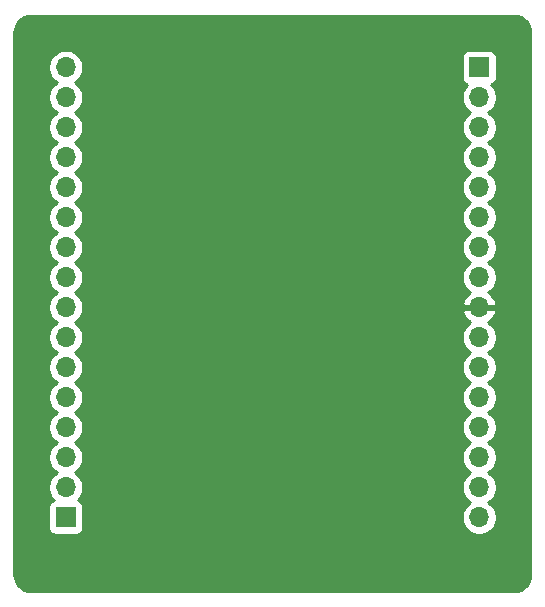
<source format=gbr>
G04 #@! TF.GenerationSoftware,KiCad,Pcbnew,(5.1.5)-3*
G04 #@! TF.CreationDate,2020-03-18T19:06:41-04:00*
G04 #@! TF.ProjectId,SRAM CY62128EV30LL-45ZXI,5352414d-2043-4593-9632-313238455633,rev?*
G04 #@! TF.SameCoordinates,Original*
G04 #@! TF.FileFunction,Copper,L2,Bot*
G04 #@! TF.FilePolarity,Positive*
%FSLAX46Y46*%
G04 Gerber Fmt 4.6, Leading zero omitted, Abs format (unit mm)*
G04 Created by KiCad (PCBNEW (5.1.5)-3) date 2020-03-18 19:06:41*
%MOMM*%
%LPD*%
G04 APERTURE LIST*
%ADD10O,1.700000X1.700000*%
%ADD11R,1.700000X1.700000*%
%ADD12C,0.254000*%
G04 APERTURE END LIST*
D10*
X130000000Y-83100000D03*
X130000000Y-80560000D03*
X130000000Y-78020000D03*
X130000000Y-75480000D03*
X130000000Y-72940000D03*
X130000000Y-70400000D03*
X130000000Y-67860000D03*
X130000000Y-65320000D03*
X130000000Y-62780000D03*
X130000000Y-60240000D03*
X130000000Y-57700000D03*
X130000000Y-55160000D03*
X130000000Y-52620000D03*
X130000000Y-50080000D03*
X130000000Y-47540000D03*
D11*
X130000000Y-45000000D03*
D10*
X95000000Y-45000000D03*
X95000000Y-47540000D03*
X95000000Y-50080000D03*
X95000000Y-52620000D03*
X95000000Y-55160000D03*
X95000000Y-57700000D03*
X95000000Y-60240000D03*
X95000000Y-62780000D03*
X95000000Y-65320000D03*
X95000000Y-67860000D03*
X95000000Y-70400000D03*
X95000000Y-72940000D03*
X95000000Y-75480000D03*
X95000000Y-78020000D03*
X95000000Y-80560000D03*
D11*
X95000000Y-83100000D03*
D12*
G36*
X133259659Y-40688625D02*
G01*
X133509429Y-40764035D01*
X133739792Y-40886522D01*
X133941980Y-41051422D01*
X134108286Y-41252450D01*
X134232378Y-41481954D01*
X134309531Y-41731195D01*
X134340000Y-42021088D01*
X134340001Y-87967711D01*
X134311375Y-88259660D01*
X134235965Y-88509429D01*
X134113477Y-88739794D01*
X133948579Y-88941979D01*
X133747546Y-89108288D01*
X133518046Y-89232378D01*
X133268805Y-89309531D01*
X132978911Y-89340000D01*
X92032279Y-89340000D01*
X91740340Y-89311375D01*
X91490571Y-89235965D01*
X91260206Y-89113477D01*
X91058021Y-88948579D01*
X90891712Y-88747546D01*
X90767622Y-88518046D01*
X90690469Y-88268805D01*
X90660000Y-87978911D01*
X90660000Y-82250000D01*
X93511928Y-82250000D01*
X93511928Y-83950000D01*
X93524188Y-84074482D01*
X93560498Y-84194180D01*
X93619463Y-84304494D01*
X93698815Y-84401185D01*
X93795506Y-84480537D01*
X93905820Y-84539502D01*
X94025518Y-84575812D01*
X94150000Y-84588072D01*
X95850000Y-84588072D01*
X95974482Y-84575812D01*
X96094180Y-84539502D01*
X96204494Y-84480537D01*
X96301185Y-84401185D01*
X96380537Y-84304494D01*
X96439502Y-84194180D01*
X96475812Y-84074482D01*
X96488072Y-83950000D01*
X96488072Y-82250000D01*
X96475812Y-82125518D01*
X96439502Y-82005820D01*
X96380537Y-81895506D01*
X96301185Y-81798815D01*
X96204494Y-81719463D01*
X96094180Y-81660498D01*
X96021620Y-81638487D01*
X96153475Y-81506632D01*
X96315990Y-81263411D01*
X96427932Y-80993158D01*
X96485000Y-80706260D01*
X96485000Y-80413740D01*
X96427932Y-80126842D01*
X96315990Y-79856589D01*
X96153475Y-79613368D01*
X95946632Y-79406525D01*
X95772240Y-79290000D01*
X95946632Y-79173475D01*
X96153475Y-78966632D01*
X96315990Y-78723411D01*
X96427932Y-78453158D01*
X96485000Y-78166260D01*
X96485000Y-77873740D01*
X96427932Y-77586842D01*
X96315990Y-77316589D01*
X96153475Y-77073368D01*
X95946632Y-76866525D01*
X95772240Y-76750000D01*
X95946632Y-76633475D01*
X96153475Y-76426632D01*
X96315990Y-76183411D01*
X96427932Y-75913158D01*
X96485000Y-75626260D01*
X96485000Y-75333740D01*
X96427932Y-75046842D01*
X96315990Y-74776589D01*
X96153475Y-74533368D01*
X95946632Y-74326525D01*
X95772240Y-74210000D01*
X95946632Y-74093475D01*
X96153475Y-73886632D01*
X96315990Y-73643411D01*
X96427932Y-73373158D01*
X96485000Y-73086260D01*
X96485000Y-72793740D01*
X96427932Y-72506842D01*
X96315990Y-72236589D01*
X96153475Y-71993368D01*
X95946632Y-71786525D01*
X95772240Y-71670000D01*
X95946632Y-71553475D01*
X96153475Y-71346632D01*
X96315990Y-71103411D01*
X96427932Y-70833158D01*
X96485000Y-70546260D01*
X96485000Y-70253740D01*
X96427932Y-69966842D01*
X96315990Y-69696589D01*
X96153475Y-69453368D01*
X95946632Y-69246525D01*
X95772240Y-69130000D01*
X95946632Y-69013475D01*
X96153475Y-68806632D01*
X96315990Y-68563411D01*
X96427932Y-68293158D01*
X96485000Y-68006260D01*
X96485000Y-67713740D01*
X128515000Y-67713740D01*
X128515000Y-68006260D01*
X128572068Y-68293158D01*
X128684010Y-68563411D01*
X128846525Y-68806632D01*
X129053368Y-69013475D01*
X129227760Y-69130000D01*
X129053368Y-69246525D01*
X128846525Y-69453368D01*
X128684010Y-69696589D01*
X128572068Y-69966842D01*
X128515000Y-70253740D01*
X128515000Y-70546260D01*
X128572068Y-70833158D01*
X128684010Y-71103411D01*
X128846525Y-71346632D01*
X129053368Y-71553475D01*
X129227760Y-71670000D01*
X129053368Y-71786525D01*
X128846525Y-71993368D01*
X128684010Y-72236589D01*
X128572068Y-72506842D01*
X128515000Y-72793740D01*
X128515000Y-73086260D01*
X128572068Y-73373158D01*
X128684010Y-73643411D01*
X128846525Y-73886632D01*
X129053368Y-74093475D01*
X129227760Y-74210000D01*
X129053368Y-74326525D01*
X128846525Y-74533368D01*
X128684010Y-74776589D01*
X128572068Y-75046842D01*
X128515000Y-75333740D01*
X128515000Y-75626260D01*
X128572068Y-75913158D01*
X128684010Y-76183411D01*
X128846525Y-76426632D01*
X129053368Y-76633475D01*
X129227760Y-76750000D01*
X129053368Y-76866525D01*
X128846525Y-77073368D01*
X128684010Y-77316589D01*
X128572068Y-77586842D01*
X128515000Y-77873740D01*
X128515000Y-78166260D01*
X128572068Y-78453158D01*
X128684010Y-78723411D01*
X128846525Y-78966632D01*
X129053368Y-79173475D01*
X129227760Y-79290000D01*
X129053368Y-79406525D01*
X128846525Y-79613368D01*
X128684010Y-79856589D01*
X128572068Y-80126842D01*
X128515000Y-80413740D01*
X128515000Y-80706260D01*
X128572068Y-80993158D01*
X128684010Y-81263411D01*
X128846525Y-81506632D01*
X129053368Y-81713475D01*
X129227760Y-81830000D01*
X129053368Y-81946525D01*
X128846525Y-82153368D01*
X128684010Y-82396589D01*
X128572068Y-82666842D01*
X128515000Y-82953740D01*
X128515000Y-83246260D01*
X128572068Y-83533158D01*
X128684010Y-83803411D01*
X128846525Y-84046632D01*
X129053368Y-84253475D01*
X129296589Y-84415990D01*
X129566842Y-84527932D01*
X129853740Y-84585000D01*
X130146260Y-84585000D01*
X130433158Y-84527932D01*
X130703411Y-84415990D01*
X130946632Y-84253475D01*
X131153475Y-84046632D01*
X131315990Y-83803411D01*
X131427932Y-83533158D01*
X131485000Y-83246260D01*
X131485000Y-82953740D01*
X131427932Y-82666842D01*
X131315990Y-82396589D01*
X131153475Y-82153368D01*
X130946632Y-81946525D01*
X130772240Y-81830000D01*
X130946632Y-81713475D01*
X131153475Y-81506632D01*
X131315990Y-81263411D01*
X131427932Y-80993158D01*
X131485000Y-80706260D01*
X131485000Y-80413740D01*
X131427932Y-80126842D01*
X131315990Y-79856589D01*
X131153475Y-79613368D01*
X130946632Y-79406525D01*
X130772240Y-79290000D01*
X130946632Y-79173475D01*
X131153475Y-78966632D01*
X131315990Y-78723411D01*
X131427932Y-78453158D01*
X131485000Y-78166260D01*
X131485000Y-77873740D01*
X131427932Y-77586842D01*
X131315990Y-77316589D01*
X131153475Y-77073368D01*
X130946632Y-76866525D01*
X130772240Y-76750000D01*
X130946632Y-76633475D01*
X131153475Y-76426632D01*
X131315990Y-76183411D01*
X131427932Y-75913158D01*
X131485000Y-75626260D01*
X131485000Y-75333740D01*
X131427932Y-75046842D01*
X131315990Y-74776589D01*
X131153475Y-74533368D01*
X130946632Y-74326525D01*
X130772240Y-74210000D01*
X130946632Y-74093475D01*
X131153475Y-73886632D01*
X131315990Y-73643411D01*
X131427932Y-73373158D01*
X131485000Y-73086260D01*
X131485000Y-72793740D01*
X131427932Y-72506842D01*
X131315990Y-72236589D01*
X131153475Y-71993368D01*
X130946632Y-71786525D01*
X130772240Y-71670000D01*
X130946632Y-71553475D01*
X131153475Y-71346632D01*
X131315990Y-71103411D01*
X131427932Y-70833158D01*
X131485000Y-70546260D01*
X131485000Y-70253740D01*
X131427932Y-69966842D01*
X131315990Y-69696589D01*
X131153475Y-69453368D01*
X130946632Y-69246525D01*
X130772240Y-69130000D01*
X130946632Y-69013475D01*
X131153475Y-68806632D01*
X131315990Y-68563411D01*
X131427932Y-68293158D01*
X131485000Y-68006260D01*
X131485000Y-67713740D01*
X131427932Y-67426842D01*
X131315990Y-67156589D01*
X131153475Y-66913368D01*
X130946632Y-66706525D01*
X130764466Y-66584805D01*
X130881355Y-66515178D01*
X131097588Y-66320269D01*
X131271641Y-66086920D01*
X131396825Y-65824099D01*
X131441476Y-65676890D01*
X131320155Y-65447000D01*
X130127000Y-65447000D01*
X130127000Y-65467000D01*
X129873000Y-65467000D01*
X129873000Y-65447000D01*
X128679845Y-65447000D01*
X128558524Y-65676890D01*
X128603175Y-65824099D01*
X128728359Y-66086920D01*
X128902412Y-66320269D01*
X129118645Y-66515178D01*
X129235534Y-66584805D01*
X129053368Y-66706525D01*
X128846525Y-66913368D01*
X128684010Y-67156589D01*
X128572068Y-67426842D01*
X128515000Y-67713740D01*
X96485000Y-67713740D01*
X96427932Y-67426842D01*
X96315990Y-67156589D01*
X96153475Y-66913368D01*
X95946632Y-66706525D01*
X95772240Y-66590000D01*
X95946632Y-66473475D01*
X96153475Y-66266632D01*
X96315990Y-66023411D01*
X96427932Y-65753158D01*
X96485000Y-65466260D01*
X96485000Y-65173740D01*
X96427932Y-64886842D01*
X96315990Y-64616589D01*
X96153475Y-64373368D01*
X95946632Y-64166525D01*
X95772240Y-64050000D01*
X95946632Y-63933475D01*
X96153475Y-63726632D01*
X96315990Y-63483411D01*
X96427932Y-63213158D01*
X96485000Y-62926260D01*
X96485000Y-62633740D01*
X96427932Y-62346842D01*
X96315990Y-62076589D01*
X96153475Y-61833368D01*
X95946632Y-61626525D01*
X95772240Y-61510000D01*
X95946632Y-61393475D01*
X96153475Y-61186632D01*
X96315990Y-60943411D01*
X96427932Y-60673158D01*
X96485000Y-60386260D01*
X96485000Y-60093740D01*
X96427932Y-59806842D01*
X96315990Y-59536589D01*
X96153475Y-59293368D01*
X95946632Y-59086525D01*
X95772240Y-58970000D01*
X95946632Y-58853475D01*
X96153475Y-58646632D01*
X96315990Y-58403411D01*
X96427932Y-58133158D01*
X96485000Y-57846260D01*
X96485000Y-57553740D01*
X96427932Y-57266842D01*
X96315990Y-56996589D01*
X96153475Y-56753368D01*
X95946632Y-56546525D01*
X95772240Y-56430000D01*
X95946632Y-56313475D01*
X96153475Y-56106632D01*
X96315990Y-55863411D01*
X96427932Y-55593158D01*
X96485000Y-55306260D01*
X96485000Y-55013740D01*
X96427932Y-54726842D01*
X96315990Y-54456589D01*
X96153475Y-54213368D01*
X95946632Y-54006525D01*
X95772240Y-53890000D01*
X95946632Y-53773475D01*
X96153475Y-53566632D01*
X96315990Y-53323411D01*
X96427932Y-53053158D01*
X96485000Y-52766260D01*
X96485000Y-52473740D01*
X96427932Y-52186842D01*
X96315990Y-51916589D01*
X96153475Y-51673368D01*
X95946632Y-51466525D01*
X95772240Y-51350000D01*
X95946632Y-51233475D01*
X96153475Y-51026632D01*
X96315990Y-50783411D01*
X96427932Y-50513158D01*
X96485000Y-50226260D01*
X96485000Y-49933740D01*
X96427932Y-49646842D01*
X96315990Y-49376589D01*
X96153475Y-49133368D01*
X95946632Y-48926525D01*
X95772240Y-48810000D01*
X95946632Y-48693475D01*
X96153475Y-48486632D01*
X96315990Y-48243411D01*
X96427932Y-47973158D01*
X96485000Y-47686260D01*
X96485000Y-47393740D01*
X96427932Y-47106842D01*
X96315990Y-46836589D01*
X96153475Y-46593368D01*
X95946632Y-46386525D01*
X95772240Y-46270000D01*
X95946632Y-46153475D01*
X96153475Y-45946632D01*
X96315990Y-45703411D01*
X96427932Y-45433158D01*
X96485000Y-45146260D01*
X96485000Y-44853740D01*
X96427932Y-44566842D01*
X96315990Y-44296589D01*
X96218043Y-44150000D01*
X128511928Y-44150000D01*
X128511928Y-45850000D01*
X128524188Y-45974482D01*
X128560498Y-46094180D01*
X128619463Y-46204494D01*
X128698815Y-46301185D01*
X128795506Y-46380537D01*
X128905820Y-46439502D01*
X128978380Y-46461513D01*
X128846525Y-46593368D01*
X128684010Y-46836589D01*
X128572068Y-47106842D01*
X128515000Y-47393740D01*
X128515000Y-47686260D01*
X128572068Y-47973158D01*
X128684010Y-48243411D01*
X128846525Y-48486632D01*
X129053368Y-48693475D01*
X129227760Y-48810000D01*
X129053368Y-48926525D01*
X128846525Y-49133368D01*
X128684010Y-49376589D01*
X128572068Y-49646842D01*
X128515000Y-49933740D01*
X128515000Y-50226260D01*
X128572068Y-50513158D01*
X128684010Y-50783411D01*
X128846525Y-51026632D01*
X129053368Y-51233475D01*
X129227760Y-51350000D01*
X129053368Y-51466525D01*
X128846525Y-51673368D01*
X128684010Y-51916589D01*
X128572068Y-52186842D01*
X128515000Y-52473740D01*
X128515000Y-52766260D01*
X128572068Y-53053158D01*
X128684010Y-53323411D01*
X128846525Y-53566632D01*
X129053368Y-53773475D01*
X129227760Y-53890000D01*
X129053368Y-54006525D01*
X128846525Y-54213368D01*
X128684010Y-54456589D01*
X128572068Y-54726842D01*
X128515000Y-55013740D01*
X128515000Y-55306260D01*
X128572068Y-55593158D01*
X128684010Y-55863411D01*
X128846525Y-56106632D01*
X129053368Y-56313475D01*
X129227760Y-56430000D01*
X129053368Y-56546525D01*
X128846525Y-56753368D01*
X128684010Y-56996589D01*
X128572068Y-57266842D01*
X128515000Y-57553740D01*
X128515000Y-57846260D01*
X128572068Y-58133158D01*
X128684010Y-58403411D01*
X128846525Y-58646632D01*
X129053368Y-58853475D01*
X129227760Y-58970000D01*
X129053368Y-59086525D01*
X128846525Y-59293368D01*
X128684010Y-59536589D01*
X128572068Y-59806842D01*
X128515000Y-60093740D01*
X128515000Y-60386260D01*
X128572068Y-60673158D01*
X128684010Y-60943411D01*
X128846525Y-61186632D01*
X129053368Y-61393475D01*
X129227760Y-61510000D01*
X129053368Y-61626525D01*
X128846525Y-61833368D01*
X128684010Y-62076589D01*
X128572068Y-62346842D01*
X128515000Y-62633740D01*
X128515000Y-62926260D01*
X128572068Y-63213158D01*
X128684010Y-63483411D01*
X128846525Y-63726632D01*
X129053368Y-63933475D01*
X129235534Y-64055195D01*
X129118645Y-64124822D01*
X128902412Y-64319731D01*
X128728359Y-64553080D01*
X128603175Y-64815901D01*
X128558524Y-64963110D01*
X128679845Y-65193000D01*
X129873000Y-65193000D01*
X129873000Y-65173000D01*
X130127000Y-65173000D01*
X130127000Y-65193000D01*
X131320155Y-65193000D01*
X131441476Y-64963110D01*
X131396825Y-64815901D01*
X131271641Y-64553080D01*
X131097588Y-64319731D01*
X130881355Y-64124822D01*
X130764466Y-64055195D01*
X130946632Y-63933475D01*
X131153475Y-63726632D01*
X131315990Y-63483411D01*
X131427932Y-63213158D01*
X131485000Y-62926260D01*
X131485000Y-62633740D01*
X131427932Y-62346842D01*
X131315990Y-62076589D01*
X131153475Y-61833368D01*
X130946632Y-61626525D01*
X130772240Y-61510000D01*
X130946632Y-61393475D01*
X131153475Y-61186632D01*
X131315990Y-60943411D01*
X131427932Y-60673158D01*
X131485000Y-60386260D01*
X131485000Y-60093740D01*
X131427932Y-59806842D01*
X131315990Y-59536589D01*
X131153475Y-59293368D01*
X130946632Y-59086525D01*
X130772240Y-58970000D01*
X130946632Y-58853475D01*
X131153475Y-58646632D01*
X131315990Y-58403411D01*
X131427932Y-58133158D01*
X131485000Y-57846260D01*
X131485000Y-57553740D01*
X131427932Y-57266842D01*
X131315990Y-56996589D01*
X131153475Y-56753368D01*
X130946632Y-56546525D01*
X130772240Y-56430000D01*
X130946632Y-56313475D01*
X131153475Y-56106632D01*
X131315990Y-55863411D01*
X131427932Y-55593158D01*
X131485000Y-55306260D01*
X131485000Y-55013740D01*
X131427932Y-54726842D01*
X131315990Y-54456589D01*
X131153475Y-54213368D01*
X130946632Y-54006525D01*
X130772240Y-53890000D01*
X130946632Y-53773475D01*
X131153475Y-53566632D01*
X131315990Y-53323411D01*
X131427932Y-53053158D01*
X131485000Y-52766260D01*
X131485000Y-52473740D01*
X131427932Y-52186842D01*
X131315990Y-51916589D01*
X131153475Y-51673368D01*
X130946632Y-51466525D01*
X130772240Y-51350000D01*
X130946632Y-51233475D01*
X131153475Y-51026632D01*
X131315990Y-50783411D01*
X131427932Y-50513158D01*
X131485000Y-50226260D01*
X131485000Y-49933740D01*
X131427932Y-49646842D01*
X131315990Y-49376589D01*
X131153475Y-49133368D01*
X130946632Y-48926525D01*
X130772240Y-48810000D01*
X130946632Y-48693475D01*
X131153475Y-48486632D01*
X131315990Y-48243411D01*
X131427932Y-47973158D01*
X131485000Y-47686260D01*
X131485000Y-47393740D01*
X131427932Y-47106842D01*
X131315990Y-46836589D01*
X131153475Y-46593368D01*
X131021620Y-46461513D01*
X131094180Y-46439502D01*
X131204494Y-46380537D01*
X131301185Y-46301185D01*
X131380537Y-46204494D01*
X131439502Y-46094180D01*
X131475812Y-45974482D01*
X131488072Y-45850000D01*
X131488072Y-44150000D01*
X131475812Y-44025518D01*
X131439502Y-43905820D01*
X131380537Y-43795506D01*
X131301185Y-43698815D01*
X131204494Y-43619463D01*
X131094180Y-43560498D01*
X130974482Y-43524188D01*
X130850000Y-43511928D01*
X129150000Y-43511928D01*
X129025518Y-43524188D01*
X128905820Y-43560498D01*
X128795506Y-43619463D01*
X128698815Y-43698815D01*
X128619463Y-43795506D01*
X128560498Y-43905820D01*
X128524188Y-44025518D01*
X128511928Y-44150000D01*
X96218043Y-44150000D01*
X96153475Y-44053368D01*
X95946632Y-43846525D01*
X95703411Y-43684010D01*
X95433158Y-43572068D01*
X95146260Y-43515000D01*
X94853740Y-43515000D01*
X94566842Y-43572068D01*
X94296589Y-43684010D01*
X94053368Y-43846525D01*
X93846525Y-44053368D01*
X93684010Y-44296589D01*
X93572068Y-44566842D01*
X93515000Y-44853740D01*
X93515000Y-45146260D01*
X93572068Y-45433158D01*
X93684010Y-45703411D01*
X93846525Y-45946632D01*
X94053368Y-46153475D01*
X94227760Y-46270000D01*
X94053368Y-46386525D01*
X93846525Y-46593368D01*
X93684010Y-46836589D01*
X93572068Y-47106842D01*
X93515000Y-47393740D01*
X93515000Y-47686260D01*
X93572068Y-47973158D01*
X93684010Y-48243411D01*
X93846525Y-48486632D01*
X94053368Y-48693475D01*
X94227760Y-48810000D01*
X94053368Y-48926525D01*
X93846525Y-49133368D01*
X93684010Y-49376589D01*
X93572068Y-49646842D01*
X93515000Y-49933740D01*
X93515000Y-50226260D01*
X93572068Y-50513158D01*
X93684010Y-50783411D01*
X93846525Y-51026632D01*
X94053368Y-51233475D01*
X94227760Y-51350000D01*
X94053368Y-51466525D01*
X93846525Y-51673368D01*
X93684010Y-51916589D01*
X93572068Y-52186842D01*
X93515000Y-52473740D01*
X93515000Y-52766260D01*
X93572068Y-53053158D01*
X93684010Y-53323411D01*
X93846525Y-53566632D01*
X94053368Y-53773475D01*
X94227760Y-53890000D01*
X94053368Y-54006525D01*
X93846525Y-54213368D01*
X93684010Y-54456589D01*
X93572068Y-54726842D01*
X93515000Y-55013740D01*
X93515000Y-55306260D01*
X93572068Y-55593158D01*
X93684010Y-55863411D01*
X93846525Y-56106632D01*
X94053368Y-56313475D01*
X94227760Y-56430000D01*
X94053368Y-56546525D01*
X93846525Y-56753368D01*
X93684010Y-56996589D01*
X93572068Y-57266842D01*
X93515000Y-57553740D01*
X93515000Y-57846260D01*
X93572068Y-58133158D01*
X93684010Y-58403411D01*
X93846525Y-58646632D01*
X94053368Y-58853475D01*
X94227760Y-58970000D01*
X94053368Y-59086525D01*
X93846525Y-59293368D01*
X93684010Y-59536589D01*
X93572068Y-59806842D01*
X93515000Y-60093740D01*
X93515000Y-60386260D01*
X93572068Y-60673158D01*
X93684010Y-60943411D01*
X93846525Y-61186632D01*
X94053368Y-61393475D01*
X94227760Y-61510000D01*
X94053368Y-61626525D01*
X93846525Y-61833368D01*
X93684010Y-62076589D01*
X93572068Y-62346842D01*
X93515000Y-62633740D01*
X93515000Y-62926260D01*
X93572068Y-63213158D01*
X93684010Y-63483411D01*
X93846525Y-63726632D01*
X94053368Y-63933475D01*
X94227760Y-64050000D01*
X94053368Y-64166525D01*
X93846525Y-64373368D01*
X93684010Y-64616589D01*
X93572068Y-64886842D01*
X93515000Y-65173740D01*
X93515000Y-65466260D01*
X93572068Y-65753158D01*
X93684010Y-66023411D01*
X93846525Y-66266632D01*
X94053368Y-66473475D01*
X94227760Y-66590000D01*
X94053368Y-66706525D01*
X93846525Y-66913368D01*
X93684010Y-67156589D01*
X93572068Y-67426842D01*
X93515000Y-67713740D01*
X93515000Y-68006260D01*
X93572068Y-68293158D01*
X93684010Y-68563411D01*
X93846525Y-68806632D01*
X94053368Y-69013475D01*
X94227760Y-69130000D01*
X94053368Y-69246525D01*
X93846525Y-69453368D01*
X93684010Y-69696589D01*
X93572068Y-69966842D01*
X93515000Y-70253740D01*
X93515000Y-70546260D01*
X93572068Y-70833158D01*
X93684010Y-71103411D01*
X93846525Y-71346632D01*
X94053368Y-71553475D01*
X94227760Y-71670000D01*
X94053368Y-71786525D01*
X93846525Y-71993368D01*
X93684010Y-72236589D01*
X93572068Y-72506842D01*
X93515000Y-72793740D01*
X93515000Y-73086260D01*
X93572068Y-73373158D01*
X93684010Y-73643411D01*
X93846525Y-73886632D01*
X94053368Y-74093475D01*
X94227760Y-74210000D01*
X94053368Y-74326525D01*
X93846525Y-74533368D01*
X93684010Y-74776589D01*
X93572068Y-75046842D01*
X93515000Y-75333740D01*
X93515000Y-75626260D01*
X93572068Y-75913158D01*
X93684010Y-76183411D01*
X93846525Y-76426632D01*
X94053368Y-76633475D01*
X94227760Y-76750000D01*
X94053368Y-76866525D01*
X93846525Y-77073368D01*
X93684010Y-77316589D01*
X93572068Y-77586842D01*
X93515000Y-77873740D01*
X93515000Y-78166260D01*
X93572068Y-78453158D01*
X93684010Y-78723411D01*
X93846525Y-78966632D01*
X94053368Y-79173475D01*
X94227760Y-79290000D01*
X94053368Y-79406525D01*
X93846525Y-79613368D01*
X93684010Y-79856589D01*
X93572068Y-80126842D01*
X93515000Y-80413740D01*
X93515000Y-80706260D01*
X93572068Y-80993158D01*
X93684010Y-81263411D01*
X93846525Y-81506632D01*
X93978380Y-81638487D01*
X93905820Y-81660498D01*
X93795506Y-81719463D01*
X93698815Y-81798815D01*
X93619463Y-81895506D01*
X93560498Y-82005820D01*
X93524188Y-82125518D01*
X93511928Y-82250000D01*
X90660000Y-82250000D01*
X90660000Y-42032279D01*
X90688625Y-41740341D01*
X90764035Y-41490571D01*
X90886522Y-41260208D01*
X91051422Y-41058020D01*
X91252450Y-40891714D01*
X91481954Y-40767622D01*
X91731195Y-40690469D01*
X92021088Y-40660000D01*
X132967721Y-40660000D01*
X133259659Y-40688625D01*
G37*
X133259659Y-40688625D02*
X133509429Y-40764035D01*
X133739792Y-40886522D01*
X133941980Y-41051422D01*
X134108286Y-41252450D01*
X134232378Y-41481954D01*
X134309531Y-41731195D01*
X134340000Y-42021088D01*
X134340001Y-87967711D01*
X134311375Y-88259660D01*
X134235965Y-88509429D01*
X134113477Y-88739794D01*
X133948579Y-88941979D01*
X133747546Y-89108288D01*
X133518046Y-89232378D01*
X133268805Y-89309531D01*
X132978911Y-89340000D01*
X92032279Y-89340000D01*
X91740340Y-89311375D01*
X91490571Y-89235965D01*
X91260206Y-89113477D01*
X91058021Y-88948579D01*
X90891712Y-88747546D01*
X90767622Y-88518046D01*
X90690469Y-88268805D01*
X90660000Y-87978911D01*
X90660000Y-82250000D01*
X93511928Y-82250000D01*
X93511928Y-83950000D01*
X93524188Y-84074482D01*
X93560498Y-84194180D01*
X93619463Y-84304494D01*
X93698815Y-84401185D01*
X93795506Y-84480537D01*
X93905820Y-84539502D01*
X94025518Y-84575812D01*
X94150000Y-84588072D01*
X95850000Y-84588072D01*
X95974482Y-84575812D01*
X96094180Y-84539502D01*
X96204494Y-84480537D01*
X96301185Y-84401185D01*
X96380537Y-84304494D01*
X96439502Y-84194180D01*
X96475812Y-84074482D01*
X96488072Y-83950000D01*
X96488072Y-82250000D01*
X96475812Y-82125518D01*
X96439502Y-82005820D01*
X96380537Y-81895506D01*
X96301185Y-81798815D01*
X96204494Y-81719463D01*
X96094180Y-81660498D01*
X96021620Y-81638487D01*
X96153475Y-81506632D01*
X96315990Y-81263411D01*
X96427932Y-80993158D01*
X96485000Y-80706260D01*
X96485000Y-80413740D01*
X96427932Y-80126842D01*
X96315990Y-79856589D01*
X96153475Y-79613368D01*
X95946632Y-79406525D01*
X95772240Y-79290000D01*
X95946632Y-79173475D01*
X96153475Y-78966632D01*
X96315990Y-78723411D01*
X96427932Y-78453158D01*
X96485000Y-78166260D01*
X96485000Y-77873740D01*
X96427932Y-77586842D01*
X96315990Y-77316589D01*
X96153475Y-77073368D01*
X95946632Y-76866525D01*
X95772240Y-76750000D01*
X95946632Y-76633475D01*
X96153475Y-76426632D01*
X96315990Y-76183411D01*
X96427932Y-75913158D01*
X96485000Y-75626260D01*
X96485000Y-75333740D01*
X96427932Y-75046842D01*
X96315990Y-74776589D01*
X96153475Y-74533368D01*
X95946632Y-74326525D01*
X95772240Y-74210000D01*
X95946632Y-74093475D01*
X96153475Y-73886632D01*
X96315990Y-73643411D01*
X96427932Y-73373158D01*
X96485000Y-73086260D01*
X96485000Y-72793740D01*
X96427932Y-72506842D01*
X96315990Y-72236589D01*
X96153475Y-71993368D01*
X95946632Y-71786525D01*
X95772240Y-71670000D01*
X95946632Y-71553475D01*
X96153475Y-71346632D01*
X96315990Y-71103411D01*
X96427932Y-70833158D01*
X96485000Y-70546260D01*
X96485000Y-70253740D01*
X96427932Y-69966842D01*
X96315990Y-69696589D01*
X96153475Y-69453368D01*
X95946632Y-69246525D01*
X95772240Y-69130000D01*
X95946632Y-69013475D01*
X96153475Y-68806632D01*
X96315990Y-68563411D01*
X96427932Y-68293158D01*
X96485000Y-68006260D01*
X96485000Y-67713740D01*
X128515000Y-67713740D01*
X128515000Y-68006260D01*
X128572068Y-68293158D01*
X128684010Y-68563411D01*
X128846525Y-68806632D01*
X129053368Y-69013475D01*
X129227760Y-69130000D01*
X129053368Y-69246525D01*
X128846525Y-69453368D01*
X128684010Y-69696589D01*
X128572068Y-69966842D01*
X128515000Y-70253740D01*
X128515000Y-70546260D01*
X128572068Y-70833158D01*
X128684010Y-71103411D01*
X128846525Y-71346632D01*
X129053368Y-71553475D01*
X129227760Y-71670000D01*
X129053368Y-71786525D01*
X128846525Y-71993368D01*
X128684010Y-72236589D01*
X128572068Y-72506842D01*
X128515000Y-72793740D01*
X128515000Y-73086260D01*
X128572068Y-73373158D01*
X128684010Y-73643411D01*
X128846525Y-73886632D01*
X129053368Y-74093475D01*
X129227760Y-74210000D01*
X129053368Y-74326525D01*
X128846525Y-74533368D01*
X128684010Y-74776589D01*
X128572068Y-75046842D01*
X128515000Y-75333740D01*
X128515000Y-75626260D01*
X128572068Y-75913158D01*
X128684010Y-76183411D01*
X128846525Y-76426632D01*
X129053368Y-76633475D01*
X129227760Y-76750000D01*
X129053368Y-76866525D01*
X128846525Y-77073368D01*
X128684010Y-77316589D01*
X128572068Y-77586842D01*
X128515000Y-77873740D01*
X128515000Y-78166260D01*
X128572068Y-78453158D01*
X128684010Y-78723411D01*
X128846525Y-78966632D01*
X129053368Y-79173475D01*
X129227760Y-79290000D01*
X129053368Y-79406525D01*
X128846525Y-79613368D01*
X128684010Y-79856589D01*
X128572068Y-80126842D01*
X128515000Y-80413740D01*
X128515000Y-80706260D01*
X128572068Y-80993158D01*
X128684010Y-81263411D01*
X128846525Y-81506632D01*
X129053368Y-81713475D01*
X129227760Y-81830000D01*
X129053368Y-81946525D01*
X128846525Y-82153368D01*
X128684010Y-82396589D01*
X128572068Y-82666842D01*
X128515000Y-82953740D01*
X128515000Y-83246260D01*
X128572068Y-83533158D01*
X128684010Y-83803411D01*
X128846525Y-84046632D01*
X129053368Y-84253475D01*
X129296589Y-84415990D01*
X129566842Y-84527932D01*
X129853740Y-84585000D01*
X130146260Y-84585000D01*
X130433158Y-84527932D01*
X130703411Y-84415990D01*
X130946632Y-84253475D01*
X131153475Y-84046632D01*
X131315990Y-83803411D01*
X131427932Y-83533158D01*
X131485000Y-83246260D01*
X131485000Y-82953740D01*
X131427932Y-82666842D01*
X131315990Y-82396589D01*
X131153475Y-82153368D01*
X130946632Y-81946525D01*
X130772240Y-81830000D01*
X130946632Y-81713475D01*
X131153475Y-81506632D01*
X131315990Y-81263411D01*
X131427932Y-80993158D01*
X131485000Y-80706260D01*
X131485000Y-80413740D01*
X131427932Y-80126842D01*
X131315990Y-79856589D01*
X131153475Y-79613368D01*
X130946632Y-79406525D01*
X130772240Y-79290000D01*
X130946632Y-79173475D01*
X131153475Y-78966632D01*
X131315990Y-78723411D01*
X131427932Y-78453158D01*
X131485000Y-78166260D01*
X131485000Y-77873740D01*
X131427932Y-77586842D01*
X131315990Y-77316589D01*
X131153475Y-77073368D01*
X130946632Y-76866525D01*
X130772240Y-76750000D01*
X130946632Y-76633475D01*
X131153475Y-76426632D01*
X131315990Y-76183411D01*
X131427932Y-75913158D01*
X131485000Y-75626260D01*
X131485000Y-75333740D01*
X131427932Y-75046842D01*
X131315990Y-74776589D01*
X131153475Y-74533368D01*
X130946632Y-74326525D01*
X130772240Y-74210000D01*
X130946632Y-74093475D01*
X131153475Y-73886632D01*
X131315990Y-73643411D01*
X131427932Y-73373158D01*
X131485000Y-73086260D01*
X131485000Y-72793740D01*
X131427932Y-72506842D01*
X131315990Y-72236589D01*
X131153475Y-71993368D01*
X130946632Y-71786525D01*
X130772240Y-71670000D01*
X130946632Y-71553475D01*
X131153475Y-71346632D01*
X131315990Y-71103411D01*
X131427932Y-70833158D01*
X131485000Y-70546260D01*
X131485000Y-70253740D01*
X131427932Y-69966842D01*
X131315990Y-69696589D01*
X131153475Y-69453368D01*
X130946632Y-69246525D01*
X130772240Y-69130000D01*
X130946632Y-69013475D01*
X131153475Y-68806632D01*
X131315990Y-68563411D01*
X131427932Y-68293158D01*
X131485000Y-68006260D01*
X131485000Y-67713740D01*
X131427932Y-67426842D01*
X131315990Y-67156589D01*
X131153475Y-66913368D01*
X130946632Y-66706525D01*
X130764466Y-66584805D01*
X130881355Y-66515178D01*
X131097588Y-66320269D01*
X131271641Y-66086920D01*
X131396825Y-65824099D01*
X131441476Y-65676890D01*
X131320155Y-65447000D01*
X130127000Y-65447000D01*
X130127000Y-65467000D01*
X129873000Y-65467000D01*
X129873000Y-65447000D01*
X128679845Y-65447000D01*
X128558524Y-65676890D01*
X128603175Y-65824099D01*
X128728359Y-66086920D01*
X128902412Y-66320269D01*
X129118645Y-66515178D01*
X129235534Y-66584805D01*
X129053368Y-66706525D01*
X128846525Y-66913368D01*
X128684010Y-67156589D01*
X128572068Y-67426842D01*
X128515000Y-67713740D01*
X96485000Y-67713740D01*
X96427932Y-67426842D01*
X96315990Y-67156589D01*
X96153475Y-66913368D01*
X95946632Y-66706525D01*
X95772240Y-66590000D01*
X95946632Y-66473475D01*
X96153475Y-66266632D01*
X96315990Y-66023411D01*
X96427932Y-65753158D01*
X96485000Y-65466260D01*
X96485000Y-65173740D01*
X96427932Y-64886842D01*
X96315990Y-64616589D01*
X96153475Y-64373368D01*
X95946632Y-64166525D01*
X95772240Y-64050000D01*
X95946632Y-63933475D01*
X96153475Y-63726632D01*
X96315990Y-63483411D01*
X96427932Y-63213158D01*
X96485000Y-62926260D01*
X96485000Y-62633740D01*
X96427932Y-62346842D01*
X96315990Y-62076589D01*
X96153475Y-61833368D01*
X95946632Y-61626525D01*
X95772240Y-61510000D01*
X95946632Y-61393475D01*
X96153475Y-61186632D01*
X96315990Y-60943411D01*
X96427932Y-60673158D01*
X96485000Y-60386260D01*
X96485000Y-60093740D01*
X96427932Y-59806842D01*
X96315990Y-59536589D01*
X96153475Y-59293368D01*
X95946632Y-59086525D01*
X95772240Y-58970000D01*
X95946632Y-58853475D01*
X96153475Y-58646632D01*
X96315990Y-58403411D01*
X96427932Y-58133158D01*
X96485000Y-57846260D01*
X96485000Y-57553740D01*
X96427932Y-57266842D01*
X96315990Y-56996589D01*
X96153475Y-56753368D01*
X95946632Y-56546525D01*
X95772240Y-56430000D01*
X95946632Y-56313475D01*
X96153475Y-56106632D01*
X96315990Y-55863411D01*
X96427932Y-55593158D01*
X96485000Y-55306260D01*
X96485000Y-55013740D01*
X96427932Y-54726842D01*
X96315990Y-54456589D01*
X96153475Y-54213368D01*
X95946632Y-54006525D01*
X95772240Y-53890000D01*
X95946632Y-53773475D01*
X96153475Y-53566632D01*
X96315990Y-53323411D01*
X96427932Y-53053158D01*
X96485000Y-52766260D01*
X96485000Y-52473740D01*
X96427932Y-52186842D01*
X96315990Y-51916589D01*
X96153475Y-51673368D01*
X95946632Y-51466525D01*
X95772240Y-51350000D01*
X95946632Y-51233475D01*
X96153475Y-51026632D01*
X96315990Y-50783411D01*
X96427932Y-50513158D01*
X96485000Y-50226260D01*
X96485000Y-49933740D01*
X96427932Y-49646842D01*
X96315990Y-49376589D01*
X96153475Y-49133368D01*
X95946632Y-48926525D01*
X95772240Y-48810000D01*
X95946632Y-48693475D01*
X96153475Y-48486632D01*
X96315990Y-48243411D01*
X96427932Y-47973158D01*
X96485000Y-47686260D01*
X96485000Y-47393740D01*
X96427932Y-47106842D01*
X96315990Y-46836589D01*
X96153475Y-46593368D01*
X95946632Y-46386525D01*
X95772240Y-46270000D01*
X95946632Y-46153475D01*
X96153475Y-45946632D01*
X96315990Y-45703411D01*
X96427932Y-45433158D01*
X96485000Y-45146260D01*
X96485000Y-44853740D01*
X96427932Y-44566842D01*
X96315990Y-44296589D01*
X96218043Y-44150000D01*
X128511928Y-44150000D01*
X128511928Y-45850000D01*
X128524188Y-45974482D01*
X128560498Y-46094180D01*
X128619463Y-46204494D01*
X128698815Y-46301185D01*
X128795506Y-46380537D01*
X128905820Y-46439502D01*
X128978380Y-46461513D01*
X128846525Y-46593368D01*
X128684010Y-46836589D01*
X128572068Y-47106842D01*
X128515000Y-47393740D01*
X128515000Y-47686260D01*
X128572068Y-47973158D01*
X128684010Y-48243411D01*
X128846525Y-48486632D01*
X129053368Y-48693475D01*
X129227760Y-48810000D01*
X129053368Y-48926525D01*
X128846525Y-49133368D01*
X128684010Y-49376589D01*
X128572068Y-49646842D01*
X128515000Y-49933740D01*
X128515000Y-50226260D01*
X128572068Y-50513158D01*
X128684010Y-50783411D01*
X128846525Y-51026632D01*
X129053368Y-51233475D01*
X129227760Y-51350000D01*
X129053368Y-51466525D01*
X128846525Y-51673368D01*
X128684010Y-51916589D01*
X128572068Y-52186842D01*
X128515000Y-52473740D01*
X128515000Y-52766260D01*
X128572068Y-53053158D01*
X128684010Y-53323411D01*
X128846525Y-53566632D01*
X129053368Y-53773475D01*
X129227760Y-53890000D01*
X129053368Y-54006525D01*
X128846525Y-54213368D01*
X128684010Y-54456589D01*
X128572068Y-54726842D01*
X128515000Y-55013740D01*
X128515000Y-55306260D01*
X128572068Y-55593158D01*
X128684010Y-55863411D01*
X128846525Y-56106632D01*
X129053368Y-56313475D01*
X129227760Y-56430000D01*
X129053368Y-56546525D01*
X128846525Y-56753368D01*
X128684010Y-56996589D01*
X128572068Y-57266842D01*
X128515000Y-57553740D01*
X128515000Y-57846260D01*
X128572068Y-58133158D01*
X128684010Y-58403411D01*
X128846525Y-58646632D01*
X129053368Y-58853475D01*
X129227760Y-58970000D01*
X129053368Y-59086525D01*
X128846525Y-59293368D01*
X128684010Y-59536589D01*
X128572068Y-59806842D01*
X128515000Y-60093740D01*
X128515000Y-60386260D01*
X128572068Y-60673158D01*
X128684010Y-60943411D01*
X128846525Y-61186632D01*
X129053368Y-61393475D01*
X129227760Y-61510000D01*
X129053368Y-61626525D01*
X128846525Y-61833368D01*
X128684010Y-62076589D01*
X128572068Y-62346842D01*
X128515000Y-62633740D01*
X128515000Y-62926260D01*
X128572068Y-63213158D01*
X128684010Y-63483411D01*
X128846525Y-63726632D01*
X129053368Y-63933475D01*
X129235534Y-64055195D01*
X129118645Y-64124822D01*
X128902412Y-64319731D01*
X128728359Y-64553080D01*
X128603175Y-64815901D01*
X128558524Y-64963110D01*
X128679845Y-65193000D01*
X129873000Y-65193000D01*
X129873000Y-65173000D01*
X130127000Y-65173000D01*
X130127000Y-65193000D01*
X131320155Y-65193000D01*
X131441476Y-64963110D01*
X131396825Y-64815901D01*
X131271641Y-64553080D01*
X131097588Y-64319731D01*
X130881355Y-64124822D01*
X130764466Y-64055195D01*
X130946632Y-63933475D01*
X131153475Y-63726632D01*
X131315990Y-63483411D01*
X131427932Y-63213158D01*
X131485000Y-62926260D01*
X131485000Y-62633740D01*
X131427932Y-62346842D01*
X131315990Y-62076589D01*
X131153475Y-61833368D01*
X130946632Y-61626525D01*
X130772240Y-61510000D01*
X130946632Y-61393475D01*
X131153475Y-61186632D01*
X131315990Y-60943411D01*
X131427932Y-60673158D01*
X131485000Y-60386260D01*
X131485000Y-60093740D01*
X131427932Y-59806842D01*
X131315990Y-59536589D01*
X131153475Y-59293368D01*
X130946632Y-59086525D01*
X130772240Y-58970000D01*
X130946632Y-58853475D01*
X131153475Y-58646632D01*
X131315990Y-58403411D01*
X131427932Y-58133158D01*
X131485000Y-57846260D01*
X131485000Y-57553740D01*
X131427932Y-57266842D01*
X131315990Y-56996589D01*
X131153475Y-56753368D01*
X130946632Y-56546525D01*
X130772240Y-56430000D01*
X130946632Y-56313475D01*
X131153475Y-56106632D01*
X131315990Y-55863411D01*
X131427932Y-55593158D01*
X131485000Y-55306260D01*
X131485000Y-55013740D01*
X131427932Y-54726842D01*
X131315990Y-54456589D01*
X131153475Y-54213368D01*
X130946632Y-54006525D01*
X130772240Y-53890000D01*
X130946632Y-53773475D01*
X131153475Y-53566632D01*
X131315990Y-53323411D01*
X131427932Y-53053158D01*
X131485000Y-52766260D01*
X131485000Y-52473740D01*
X131427932Y-52186842D01*
X131315990Y-51916589D01*
X131153475Y-51673368D01*
X130946632Y-51466525D01*
X130772240Y-51350000D01*
X130946632Y-51233475D01*
X131153475Y-51026632D01*
X131315990Y-50783411D01*
X131427932Y-50513158D01*
X131485000Y-50226260D01*
X131485000Y-49933740D01*
X131427932Y-49646842D01*
X131315990Y-49376589D01*
X131153475Y-49133368D01*
X130946632Y-48926525D01*
X130772240Y-48810000D01*
X130946632Y-48693475D01*
X131153475Y-48486632D01*
X131315990Y-48243411D01*
X131427932Y-47973158D01*
X131485000Y-47686260D01*
X131485000Y-47393740D01*
X131427932Y-47106842D01*
X131315990Y-46836589D01*
X131153475Y-46593368D01*
X131021620Y-46461513D01*
X131094180Y-46439502D01*
X131204494Y-46380537D01*
X131301185Y-46301185D01*
X131380537Y-46204494D01*
X131439502Y-46094180D01*
X131475812Y-45974482D01*
X131488072Y-45850000D01*
X131488072Y-44150000D01*
X131475812Y-44025518D01*
X131439502Y-43905820D01*
X131380537Y-43795506D01*
X131301185Y-43698815D01*
X131204494Y-43619463D01*
X131094180Y-43560498D01*
X130974482Y-43524188D01*
X130850000Y-43511928D01*
X129150000Y-43511928D01*
X129025518Y-43524188D01*
X128905820Y-43560498D01*
X128795506Y-43619463D01*
X128698815Y-43698815D01*
X128619463Y-43795506D01*
X128560498Y-43905820D01*
X128524188Y-44025518D01*
X128511928Y-44150000D01*
X96218043Y-44150000D01*
X96153475Y-44053368D01*
X95946632Y-43846525D01*
X95703411Y-43684010D01*
X95433158Y-43572068D01*
X95146260Y-43515000D01*
X94853740Y-43515000D01*
X94566842Y-43572068D01*
X94296589Y-43684010D01*
X94053368Y-43846525D01*
X93846525Y-44053368D01*
X93684010Y-44296589D01*
X93572068Y-44566842D01*
X93515000Y-44853740D01*
X93515000Y-45146260D01*
X93572068Y-45433158D01*
X93684010Y-45703411D01*
X93846525Y-45946632D01*
X94053368Y-46153475D01*
X94227760Y-46270000D01*
X94053368Y-46386525D01*
X93846525Y-46593368D01*
X93684010Y-46836589D01*
X93572068Y-47106842D01*
X93515000Y-47393740D01*
X93515000Y-47686260D01*
X93572068Y-47973158D01*
X93684010Y-48243411D01*
X93846525Y-48486632D01*
X94053368Y-48693475D01*
X94227760Y-48810000D01*
X94053368Y-48926525D01*
X93846525Y-49133368D01*
X93684010Y-49376589D01*
X93572068Y-49646842D01*
X93515000Y-49933740D01*
X93515000Y-50226260D01*
X93572068Y-50513158D01*
X93684010Y-50783411D01*
X93846525Y-51026632D01*
X94053368Y-51233475D01*
X94227760Y-51350000D01*
X94053368Y-51466525D01*
X93846525Y-51673368D01*
X93684010Y-51916589D01*
X93572068Y-52186842D01*
X93515000Y-52473740D01*
X93515000Y-52766260D01*
X93572068Y-53053158D01*
X93684010Y-53323411D01*
X93846525Y-53566632D01*
X94053368Y-53773475D01*
X94227760Y-53890000D01*
X94053368Y-54006525D01*
X93846525Y-54213368D01*
X93684010Y-54456589D01*
X93572068Y-54726842D01*
X93515000Y-55013740D01*
X93515000Y-55306260D01*
X93572068Y-55593158D01*
X93684010Y-55863411D01*
X93846525Y-56106632D01*
X94053368Y-56313475D01*
X94227760Y-56430000D01*
X94053368Y-56546525D01*
X93846525Y-56753368D01*
X93684010Y-56996589D01*
X93572068Y-57266842D01*
X93515000Y-57553740D01*
X93515000Y-57846260D01*
X93572068Y-58133158D01*
X93684010Y-58403411D01*
X93846525Y-58646632D01*
X94053368Y-58853475D01*
X94227760Y-58970000D01*
X94053368Y-59086525D01*
X93846525Y-59293368D01*
X93684010Y-59536589D01*
X93572068Y-59806842D01*
X93515000Y-60093740D01*
X93515000Y-60386260D01*
X93572068Y-60673158D01*
X93684010Y-60943411D01*
X93846525Y-61186632D01*
X94053368Y-61393475D01*
X94227760Y-61510000D01*
X94053368Y-61626525D01*
X93846525Y-61833368D01*
X93684010Y-62076589D01*
X93572068Y-62346842D01*
X93515000Y-62633740D01*
X93515000Y-62926260D01*
X93572068Y-63213158D01*
X93684010Y-63483411D01*
X93846525Y-63726632D01*
X94053368Y-63933475D01*
X94227760Y-64050000D01*
X94053368Y-64166525D01*
X93846525Y-64373368D01*
X93684010Y-64616589D01*
X93572068Y-64886842D01*
X93515000Y-65173740D01*
X93515000Y-65466260D01*
X93572068Y-65753158D01*
X93684010Y-66023411D01*
X93846525Y-66266632D01*
X94053368Y-66473475D01*
X94227760Y-66590000D01*
X94053368Y-66706525D01*
X93846525Y-66913368D01*
X93684010Y-67156589D01*
X93572068Y-67426842D01*
X93515000Y-67713740D01*
X93515000Y-68006260D01*
X93572068Y-68293158D01*
X93684010Y-68563411D01*
X93846525Y-68806632D01*
X94053368Y-69013475D01*
X94227760Y-69130000D01*
X94053368Y-69246525D01*
X93846525Y-69453368D01*
X93684010Y-69696589D01*
X93572068Y-69966842D01*
X93515000Y-70253740D01*
X93515000Y-70546260D01*
X93572068Y-70833158D01*
X93684010Y-71103411D01*
X93846525Y-71346632D01*
X94053368Y-71553475D01*
X94227760Y-71670000D01*
X94053368Y-71786525D01*
X93846525Y-71993368D01*
X93684010Y-72236589D01*
X93572068Y-72506842D01*
X93515000Y-72793740D01*
X93515000Y-73086260D01*
X93572068Y-73373158D01*
X93684010Y-73643411D01*
X93846525Y-73886632D01*
X94053368Y-74093475D01*
X94227760Y-74210000D01*
X94053368Y-74326525D01*
X93846525Y-74533368D01*
X93684010Y-74776589D01*
X93572068Y-75046842D01*
X93515000Y-75333740D01*
X93515000Y-75626260D01*
X93572068Y-75913158D01*
X93684010Y-76183411D01*
X93846525Y-76426632D01*
X94053368Y-76633475D01*
X94227760Y-76750000D01*
X94053368Y-76866525D01*
X93846525Y-77073368D01*
X93684010Y-77316589D01*
X93572068Y-77586842D01*
X93515000Y-77873740D01*
X93515000Y-78166260D01*
X93572068Y-78453158D01*
X93684010Y-78723411D01*
X93846525Y-78966632D01*
X94053368Y-79173475D01*
X94227760Y-79290000D01*
X94053368Y-79406525D01*
X93846525Y-79613368D01*
X93684010Y-79856589D01*
X93572068Y-80126842D01*
X93515000Y-80413740D01*
X93515000Y-80706260D01*
X93572068Y-80993158D01*
X93684010Y-81263411D01*
X93846525Y-81506632D01*
X93978380Y-81638487D01*
X93905820Y-81660498D01*
X93795506Y-81719463D01*
X93698815Y-81798815D01*
X93619463Y-81895506D01*
X93560498Y-82005820D01*
X93524188Y-82125518D01*
X93511928Y-82250000D01*
X90660000Y-82250000D01*
X90660000Y-42032279D01*
X90688625Y-41740341D01*
X90764035Y-41490571D01*
X90886522Y-41260208D01*
X91051422Y-41058020D01*
X91252450Y-40891714D01*
X91481954Y-40767622D01*
X91731195Y-40690469D01*
X92021088Y-40660000D01*
X132967721Y-40660000D01*
X133259659Y-40688625D01*
M02*

</source>
